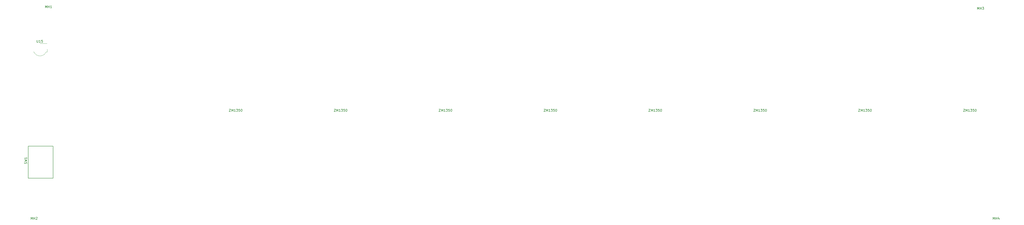
<source format=gbr>
G04 #@! TF.GenerationSoftware,KiCad,Pcbnew,(5.0.2)-1*
G04 #@! TF.CreationDate,2020-02-01T17:43:23-05:00*
G04 #@! TF.ProjectId,ZM1350-display,5a4d3133-3530-42d6-9469-73706c61792e,rev?*
G04 #@! TF.SameCoordinates,Original*
G04 #@! TF.FileFunction,Legend,Top*
G04 #@! TF.FilePolarity,Positive*
%FSLAX46Y46*%
G04 Gerber Fmt 4.6, Leading zero omitted, Abs format (unit mm)*
G04 Created by KiCad (PCBNEW (5.0.2)-1) date 2/1/2020 5:43:23 PM*
%MOMM*%
%LPD*%
G01*
G04 APERTURE LIST*
%ADD10C,0.120000*%
%ADD11C,0.150000*%
G04 APERTURE END LIST*
D10*
G04 #@! TO.C,U15*
X55443400Y-111083000D02*
X55443400Y-109883000D01*
X55443400Y-111083000D02*
X54983400Y-111083000D01*
X55363400Y-107423000D02*
X52283400Y-107423000D01*
X49783400Y-111083000D02*
G75*
G03X54983400Y-111083000I2600000J1100000D01*
G01*
X49783400Y-111083000D02*
X49563400Y-111083000D01*
D11*
G04 #@! TO.C,SW1*
X57983100Y-165435000D02*
X47315100Y-165435000D01*
X47315100Y-165435000D02*
X47315100Y-151592000D01*
X47315100Y-151592000D02*
X57983100Y-151592000D01*
X57983100Y-151592000D02*
X57983100Y-165435000D01*
G04 #@! TO.C,B8*
X448541476Y-135700380D02*
X449208142Y-135700380D01*
X448541476Y-136700380D01*
X449208142Y-136700380D01*
X449589095Y-136700380D02*
X449589095Y-135700380D01*
X449922428Y-136414666D01*
X450255761Y-135700380D01*
X450255761Y-136700380D01*
X451255761Y-136700380D02*
X450684333Y-136700380D01*
X450970047Y-136700380D02*
X450970047Y-135700380D01*
X450874809Y-135843238D01*
X450779571Y-135938476D01*
X450684333Y-135986095D01*
X451589095Y-135700380D02*
X452208142Y-135700380D01*
X451874809Y-136081333D01*
X452017666Y-136081333D01*
X452112904Y-136128952D01*
X452160523Y-136176571D01*
X452208142Y-136271809D01*
X452208142Y-136509904D01*
X452160523Y-136605142D01*
X452112904Y-136652761D01*
X452017666Y-136700380D01*
X451731952Y-136700380D01*
X451636714Y-136652761D01*
X451589095Y-136605142D01*
X453112904Y-135700380D02*
X452636714Y-135700380D01*
X452589095Y-136176571D01*
X452636714Y-136128952D01*
X452731952Y-136081333D01*
X452970047Y-136081333D01*
X453065285Y-136128952D01*
X453112904Y-136176571D01*
X453160523Y-136271809D01*
X453160523Y-136509904D01*
X453112904Y-136605142D01*
X453065285Y-136652761D01*
X452970047Y-136700380D01*
X452731952Y-136700380D01*
X452636714Y-136652761D01*
X452589095Y-136605142D01*
X453779571Y-135700380D02*
X453874809Y-135700380D01*
X453970047Y-135748000D01*
X454017666Y-135795619D01*
X454065285Y-135890857D01*
X454112904Y-136081333D01*
X454112904Y-136319428D01*
X454065285Y-136509904D01*
X454017666Y-136605142D01*
X453970047Y-136652761D01*
X453874809Y-136700380D01*
X453779571Y-136700380D01*
X453684333Y-136652761D01*
X453636714Y-136605142D01*
X453589095Y-136509904D01*
X453541476Y-136319428D01*
X453541476Y-136081333D01*
X453589095Y-135890857D01*
X453636714Y-135795619D01*
X453684333Y-135748000D01*
X453779571Y-135700380D01*
G04 #@! TO.C,B7*
X403541476Y-135700380D02*
X404208142Y-135700380D01*
X403541476Y-136700380D01*
X404208142Y-136700380D01*
X404589095Y-136700380D02*
X404589095Y-135700380D01*
X404922428Y-136414666D01*
X405255761Y-135700380D01*
X405255761Y-136700380D01*
X406255761Y-136700380D02*
X405684333Y-136700380D01*
X405970047Y-136700380D02*
X405970047Y-135700380D01*
X405874809Y-135843238D01*
X405779571Y-135938476D01*
X405684333Y-135986095D01*
X406589095Y-135700380D02*
X407208142Y-135700380D01*
X406874809Y-136081333D01*
X407017666Y-136081333D01*
X407112904Y-136128952D01*
X407160523Y-136176571D01*
X407208142Y-136271809D01*
X407208142Y-136509904D01*
X407160523Y-136605142D01*
X407112904Y-136652761D01*
X407017666Y-136700380D01*
X406731952Y-136700380D01*
X406636714Y-136652761D01*
X406589095Y-136605142D01*
X408112904Y-135700380D02*
X407636714Y-135700380D01*
X407589095Y-136176571D01*
X407636714Y-136128952D01*
X407731952Y-136081333D01*
X407970047Y-136081333D01*
X408065285Y-136128952D01*
X408112904Y-136176571D01*
X408160523Y-136271809D01*
X408160523Y-136509904D01*
X408112904Y-136605142D01*
X408065285Y-136652761D01*
X407970047Y-136700380D01*
X407731952Y-136700380D01*
X407636714Y-136652761D01*
X407589095Y-136605142D01*
X408779571Y-135700380D02*
X408874809Y-135700380D01*
X408970047Y-135748000D01*
X409017666Y-135795619D01*
X409065285Y-135890857D01*
X409112904Y-136081333D01*
X409112904Y-136319428D01*
X409065285Y-136509904D01*
X409017666Y-136605142D01*
X408970047Y-136652761D01*
X408874809Y-136700380D01*
X408779571Y-136700380D01*
X408684333Y-136652761D01*
X408636714Y-136605142D01*
X408589095Y-136509904D01*
X408541476Y-136319428D01*
X408541476Y-136081333D01*
X408589095Y-135890857D01*
X408636714Y-135795619D01*
X408684333Y-135748000D01*
X408779571Y-135700380D01*
G04 #@! TO.C,B6*
X133541476Y-135700380D02*
X134208142Y-135700380D01*
X133541476Y-136700380D01*
X134208142Y-136700380D01*
X134589095Y-136700380D02*
X134589095Y-135700380D01*
X134922428Y-136414666D01*
X135255761Y-135700380D01*
X135255761Y-136700380D01*
X136255761Y-136700380D02*
X135684333Y-136700380D01*
X135970047Y-136700380D02*
X135970047Y-135700380D01*
X135874809Y-135843238D01*
X135779571Y-135938476D01*
X135684333Y-135986095D01*
X136589095Y-135700380D02*
X137208142Y-135700380D01*
X136874809Y-136081333D01*
X137017666Y-136081333D01*
X137112904Y-136128952D01*
X137160523Y-136176571D01*
X137208142Y-136271809D01*
X137208142Y-136509904D01*
X137160523Y-136605142D01*
X137112904Y-136652761D01*
X137017666Y-136700380D01*
X136731952Y-136700380D01*
X136636714Y-136652761D01*
X136589095Y-136605142D01*
X138112904Y-135700380D02*
X137636714Y-135700380D01*
X137589095Y-136176571D01*
X137636714Y-136128952D01*
X137731952Y-136081333D01*
X137970047Y-136081333D01*
X138065285Y-136128952D01*
X138112904Y-136176571D01*
X138160523Y-136271809D01*
X138160523Y-136509904D01*
X138112904Y-136605142D01*
X138065285Y-136652761D01*
X137970047Y-136700380D01*
X137731952Y-136700380D01*
X137636714Y-136652761D01*
X137589095Y-136605142D01*
X138779571Y-135700380D02*
X138874809Y-135700380D01*
X138970047Y-135748000D01*
X139017666Y-135795619D01*
X139065285Y-135890857D01*
X139112904Y-136081333D01*
X139112904Y-136319428D01*
X139065285Y-136509904D01*
X139017666Y-136605142D01*
X138970047Y-136652761D01*
X138874809Y-136700380D01*
X138779571Y-136700380D01*
X138684333Y-136652761D01*
X138636714Y-136605142D01*
X138589095Y-136509904D01*
X138541476Y-136319428D01*
X138541476Y-136081333D01*
X138589095Y-135890857D01*
X138636714Y-135795619D01*
X138684333Y-135748000D01*
X138779571Y-135700380D01*
G04 #@! TO.C,B5*
X358541476Y-135700380D02*
X359208142Y-135700380D01*
X358541476Y-136700380D01*
X359208142Y-136700380D01*
X359589095Y-136700380D02*
X359589095Y-135700380D01*
X359922428Y-136414666D01*
X360255761Y-135700380D01*
X360255761Y-136700380D01*
X361255761Y-136700380D02*
X360684333Y-136700380D01*
X360970047Y-136700380D02*
X360970047Y-135700380D01*
X360874809Y-135843238D01*
X360779571Y-135938476D01*
X360684333Y-135986095D01*
X361589095Y-135700380D02*
X362208142Y-135700380D01*
X361874809Y-136081333D01*
X362017666Y-136081333D01*
X362112904Y-136128952D01*
X362160523Y-136176571D01*
X362208142Y-136271809D01*
X362208142Y-136509904D01*
X362160523Y-136605142D01*
X362112904Y-136652761D01*
X362017666Y-136700380D01*
X361731952Y-136700380D01*
X361636714Y-136652761D01*
X361589095Y-136605142D01*
X363112904Y-135700380D02*
X362636714Y-135700380D01*
X362589095Y-136176571D01*
X362636714Y-136128952D01*
X362731952Y-136081333D01*
X362970047Y-136081333D01*
X363065285Y-136128952D01*
X363112904Y-136176571D01*
X363160523Y-136271809D01*
X363160523Y-136509904D01*
X363112904Y-136605142D01*
X363065285Y-136652761D01*
X362970047Y-136700380D01*
X362731952Y-136700380D01*
X362636714Y-136652761D01*
X362589095Y-136605142D01*
X363779571Y-135700380D02*
X363874809Y-135700380D01*
X363970047Y-135748000D01*
X364017666Y-135795619D01*
X364065285Y-135890857D01*
X364112904Y-136081333D01*
X364112904Y-136319428D01*
X364065285Y-136509904D01*
X364017666Y-136605142D01*
X363970047Y-136652761D01*
X363874809Y-136700380D01*
X363779571Y-136700380D01*
X363684333Y-136652761D01*
X363636714Y-136605142D01*
X363589095Y-136509904D01*
X363541476Y-136319428D01*
X363541476Y-136081333D01*
X363589095Y-135890857D01*
X363636714Y-135795619D01*
X363684333Y-135748000D01*
X363779571Y-135700380D01*
G04 #@! TO.C,B4*
X313541476Y-135700380D02*
X314208142Y-135700380D01*
X313541476Y-136700380D01*
X314208142Y-136700380D01*
X314589095Y-136700380D02*
X314589095Y-135700380D01*
X314922428Y-136414666D01*
X315255761Y-135700380D01*
X315255761Y-136700380D01*
X316255761Y-136700380D02*
X315684333Y-136700380D01*
X315970047Y-136700380D02*
X315970047Y-135700380D01*
X315874809Y-135843238D01*
X315779571Y-135938476D01*
X315684333Y-135986095D01*
X316589095Y-135700380D02*
X317208142Y-135700380D01*
X316874809Y-136081333D01*
X317017666Y-136081333D01*
X317112904Y-136128952D01*
X317160523Y-136176571D01*
X317208142Y-136271809D01*
X317208142Y-136509904D01*
X317160523Y-136605142D01*
X317112904Y-136652761D01*
X317017666Y-136700380D01*
X316731952Y-136700380D01*
X316636714Y-136652761D01*
X316589095Y-136605142D01*
X318112904Y-135700380D02*
X317636714Y-135700380D01*
X317589095Y-136176571D01*
X317636714Y-136128952D01*
X317731952Y-136081333D01*
X317970047Y-136081333D01*
X318065285Y-136128952D01*
X318112904Y-136176571D01*
X318160523Y-136271809D01*
X318160523Y-136509904D01*
X318112904Y-136605142D01*
X318065285Y-136652761D01*
X317970047Y-136700380D01*
X317731952Y-136700380D01*
X317636714Y-136652761D01*
X317589095Y-136605142D01*
X318779571Y-135700380D02*
X318874809Y-135700380D01*
X318970047Y-135748000D01*
X319017666Y-135795619D01*
X319065285Y-135890857D01*
X319112904Y-136081333D01*
X319112904Y-136319428D01*
X319065285Y-136509904D01*
X319017666Y-136605142D01*
X318970047Y-136652761D01*
X318874809Y-136700380D01*
X318779571Y-136700380D01*
X318684333Y-136652761D01*
X318636714Y-136605142D01*
X318589095Y-136509904D01*
X318541476Y-136319428D01*
X318541476Y-136081333D01*
X318589095Y-135890857D01*
X318636714Y-135795619D01*
X318684333Y-135748000D01*
X318779571Y-135700380D01*
G04 #@! TO.C,B3*
X268541476Y-135700380D02*
X269208142Y-135700380D01*
X268541476Y-136700380D01*
X269208142Y-136700380D01*
X269589095Y-136700380D02*
X269589095Y-135700380D01*
X269922428Y-136414666D01*
X270255761Y-135700380D01*
X270255761Y-136700380D01*
X271255761Y-136700380D02*
X270684333Y-136700380D01*
X270970047Y-136700380D02*
X270970047Y-135700380D01*
X270874809Y-135843238D01*
X270779571Y-135938476D01*
X270684333Y-135986095D01*
X271589095Y-135700380D02*
X272208142Y-135700380D01*
X271874809Y-136081333D01*
X272017666Y-136081333D01*
X272112904Y-136128952D01*
X272160523Y-136176571D01*
X272208142Y-136271809D01*
X272208142Y-136509904D01*
X272160523Y-136605142D01*
X272112904Y-136652761D01*
X272017666Y-136700380D01*
X271731952Y-136700380D01*
X271636714Y-136652761D01*
X271589095Y-136605142D01*
X273112904Y-135700380D02*
X272636714Y-135700380D01*
X272589095Y-136176571D01*
X272636714Y-136128952D01*
X272731952Y-136081333D01*
X272970047Y-136081333D01*
X273065285Y-136128952D01*
X273112904Y-136176571D01*
X273160523Y-136271809D01*
X273160523Y-136509904D01*
X273112904Y-136605142D01*
X273065285Y-136652761D01*
X272970047Y-136700380D01*
X272731952Y-136700380D01*
X272636714Y-136652761D01*
X272589095Y-136605142D01*
X273779571Y-135700380D02*
X273874809Y-135700380D01*
X273970047Y-135748000D01*
X274017666Y-135795619D01*
X274065285Y-135890857D01*
X274112904Y-136081333D01*
X274112904Y-136319428D01*
X274065285Y-136509904D01*
X274017666Y-136605142D01*
X273970047Y-136652761D01*
X273874809Y-136700380D01*
X273779571Y-136700380D01*
X273684333Y-136652761D01*
X273636714Y-136605142D01*
X273589095Y-136509904D01*
X273541476Y-136319428D01*
X273541476Y-136081333D01*
X273589095Y-135890857D01*
X273636714Y-135795619D01*
X273684333Y-135748000D01*
X273779571Y-135700380D01*
G04 #@! TO.C,B2*
X223541476Y-135700380D02*
X224208142Y-135700380D01*
X223541476Y-136700380D01*
X224208142Y-136700380D01*
X224589095Y-136700380D02*
X224589095Y-135700380D01*
X224922428Y-136414666D01*
X225255761Y-135700380D01*
X225255761Y-136700380D01*
X226255761Y-136700380D02*
X225684333Y-136700380D01*
X225970047Y-136700380D02*
X225970047Y-135700380D01*
X225874809Y-135843238D01*
X225779571Y-135938476D01*
X225684333Y-135986095D01*
X226589095Y-135700380D02*
X227208142Y-135700380D01*
X226874809Y-136081333D01*
X227017666Y-136081333D01*
X227112904Y-136128952D01*
X227160523Y-136176571D01*
X227208142Y-136271809D01*
X227208142Y-136509904D01*
X227160523Y-136605142D01*
X227112904Y-136652761D01*
X227017666Y-136700380D01*
X226731952Y-136700380D01*
X226636714Y-136652761D01*
X226589095Y-136605142D01*
X228112904Y-135700380D02*
X227636714Y-135700380D01*
X227589095Y-136176571D01*
X227636714Y-136128952D01*
X227731952Y-136081333D01*
X227970047Y-136081333D01*
X228065285Y-136128952D01*
X228112904Y-136176571D01*
X228160523Y-136271809D01*
X228160523Y-136509904D01*
X228112904Y-136605142D01*
X228065285Y-136652761D01*
X227970047Y-136700380D01*
X227731952Y-136700380D01*
X227636714Y-136652761D01*
X227589095Y-136605142D01*
X228779571Y-135700380D02*
X228874809Y-135700380D01*
X228970047Y-135748000D01*
X229017666Y-135795619D01*
X229065285Y-135890857D01*
X229112904Y-136081333D01*
X229112904Y-136319428D01*
X229065285Y-136509904D01*
X229017666Y-136605142D01*
X228970047Y-136652761D01*
X228874809Y-136700380D01*
X228779571Y-136700380D01*
X228684333Y-136652761D01*
X228636714Y-136605142D01*
X228589095Y-136509904D01*
X228541476Y-136319428D01*
X228541476Y-136081333D01*
X228589095Y-135890857D01*
X228636714Y-135795619D01*
X228684333Y-135748000D01*
X228779571Y-135700380D01*
G04 #@! TO.C,B1*
X178541476Y-135700380D02*
X179208142Y-135700380D01*
X178541476Y-136700380D01*
X179208142Y-136700380D01*
X179589095Y-136700380D02*
X179589095Y-135700380D01*
X179922428Y-136414666D01*
X180255761Y-135700380D01*
X180255761Y-136700380D01*
X181255761Y-136700380D02*
X180684333Y-136700380D01*
X180970047Y-136700380D02*
X180970047Y-135700380D01*
X180874809Y-135843238D01*
X180779571Y-135938476D01*
X180684333Y-135986095D01*
X181589095Y-135700380D02*
X182208142Y-135700380D01*
X181874809Y-136081333D01*
X182017666Y-136081333D01*
X182112904Y-136128952D01*
X182160523Y-136176571D01*
X182208142Y-136271809D01*
X182208142Y-136509904D01*
X182160523Y-136605142D01*
X182112904Y-136652761D01*
X182017666Y-136700380D01*
X181731952Y-136700380D01*
X181636714Y-136652761D01*
X181589095Y-136605142D01*
X183112904Y-135700380D02*
X182636714Y-135700380D01*
X182589095Y-136176571D01*
X182636714Y-136128952D01*
X182731952Y-136081333D01*
X182970047Y-136081333D01*
X183065285Y-136128952D01*
X183112904Y-136176571D01*
X183160523Y-136271809D01*
X183160523Y-136509904D01*
X183112904Y-136605142D01*
X183065285Y-136652761D01*
X182970047Y-136700380D01*
X182731952Y-136700380D01*
X182636714Y-136652761D01*
X182589095Y-136605142D01*
X183779571Y-135700380D02*
X183874809Y-135700380D01*
X183970047Y-135748000D01*
X184017666Y-135795619D01*
X184065285Y-135890857D01*
X184112904Y-136081333D01*
X184112904Y-136319428D01*
X184065285Y-136509904D01*
X184017666Y-136605142D01*
X183970047Y-136652761D01*
X183874809Y-136700380D01*
X183779571Y-136700380D01*
X183684333Y-136652761D01*
X183636714Y-136605142D01*
X183589095Y-136509904D01*
X183541476Y-136319428D01*
X183541476Y-136081333D01*
X183589095Y-135890857D01*
X183636714Y-135795619D01*
X183684333Y-135748000D01*
X183779571Y-135700380D01*
G04 #@! TO.C,MH1*
X54683826Y-92121000D02*
X54683826Y-91121000D01*
X55017160Y-91835286D01*
X55350493Y-91121000D01*
X55350493Y-92121000D01*
X55826683Y-92121000D02*
X55826683Y-91121000D01*
X55826683Y-91597191D02*
X56398112Y-91597191D01*
X56398112Y-92121000D02*
X56398112Y-91121000D01*
X57398112Y-92121000D02*
X56826683Y-92121000D01*
X57112398Y-92121000D02*
X57112398Y-91121000D01*
X57017160Y-91263858D01*
X56921921Y-91359096D01*
X56826683Y-91406715D01*
G04 #@! TO.C,MH2*
X48491266Y-183196380D02*
X48491266Y-182196380D01*
X48824600Y-182910666D01*
X49157933Y-182196380D01*
X49157933Y-183196380D01*
X49634123Y-183196380D02*
X49634123Y-182196380D01*
X49634123Y-182672571D02*
X50205552Y-182672571D01*
X50205552Y-183196380D02*
X50205552Y-182196380D01*
X50634123Y-182291619D02*
X50681742Y-182244000D01*
X50776980Y-182196380D01*
X51015076Y-182196380D01*
X51110314Y-182244000D01*
X51157933Y-182291619D01*
X51205552Y-182386857D01*
X51205552Y-182482095D01*
X51157933Y-182624952D01*
X50586504Y-183196380D01*
X51205552Y-183196380D01*
G04 #@! TO.C,MH4*
X461256666Y-183201380D02*
X461256666Y-182201380D01*
X461590000Y-182915666D01*
X461923333Y-182201380D01*
X461923333Y-183201380D01*
X462399523Y-183201380D02*
X462399523Y-182201380D01*
X462399523Y-182677571D02*
X462970952Y-182677571D01*
X462970952Y-183201380D02*
X462970952Y-182201380D01*
X463875714Y-182534714D02*
X463875714Y-183201380D01*
X463637619Y-182153761D02*
X463399523Y-182868047D01*
X464018571Y-182868047D01*
G04 #@! TO.C,U15*
X51005304Y-105985380D02*
X51005304Y-106794904D01*
X51052923Y-106890142D01*
X51100542Y-106937761D01*
X51195780Y-106985380D01*
X51386257Y-106985380D01*
X51481495Y-106937761D01*
X51529114Y-106890142D01*
X51576733Y-106794904D01*
X51576733Y-105985380D01*
X52576733Y-106985380D02*
X52005304Y-106985380D01*
X52291019Y-106985380D02*
X52291019Y-105985380D01*
X52195780Y-106128238D01*
X52100542Y-106223476D01*
X52005304Y-106271095D01*
X53481495Y-105985380D02*
X53005304Y-105985380D01*
X52957685Y-106461571D01*
X53005304Y-106413952D01*
X53100542Y-106366333D01*
X53338638Y-106366333D01*
X53433876Y-106413952D01*
X53481495Y-106461571D01*
X53529114Y-106556809D01*
X53529114Y-106794904D01*
X53481495Y-106890142D01*
X53433876Y-106937761D01*
X53338638Y-106985380D01*
X53100542Y-106985380D01*
X53005304Y-106937761D01*
X52957685Y-106890142D01*
G04 #@! TO.C,SW1*
X46703861Y-159148333D02*
X46751480Y-159005476D01*
X46751480Y-158767380D01*
X46703861Y-158672142D01*
X46656242Y-158624523D01*
X46561004Y-158576904D01*
X46465766Y-158576904D01*
X46370528Y-158624523D01*
X46322909Y-158672142D01*
X46275290Y-158767380D01*
X46227671Y-158957857D01*
X46180052Y-159053095D01*
X46132433Y-159100714D01*
X46037195Y-159148333D01*
X45941957Y-159148333D01*
X45846719Y-159100714D01*
X45799100Y-159053095D01*
X45751480Y-158957857D01*
X45751480Y-158719761D01*
X45799100Y-158576904D01*
X45751480Y-158243571D02*
X46751480Y-158005476D01*
X46037195Y-157815000D01*
X46751480Y-157624523D01*
X45751480Y-157386428D01*
X46751480Y-156481666D02*
X46751480Y-157053095D01*
X46751480Y-156767380D02*
X45751480Y-156767380D01*
X45894338Y-156862619D01*
X45989576Y-156957857D01*
X46037195Y-157053095D01*
G04 #@! TO.C,MH3*
X454586226Y-92791540D02*
X454586226Y-91791540D01*
X454919560Y-92505826D01*
X455252893Y-91791540D01*
X455252893Y-92791540D01*
X455729083Y-92791540D02*
X455729083Y-91791540D01*
X455729083Y-92267731D02*
X456300512Y-92267731D01*
X456300512Y-92791540D02*
X456300512Y-91791540D01*
X456681464Y-91791540D02*
X457300512Y-91791540D01*
X456967179Y-92172493D01*
X457110036Y-92172493D01*
X457205274Y-92220112D01*
X457252893Y-92267731D01*
X457300512Y-92362969D01*
X457300512Y-92601064D01*
X457252893Y-92696302D01*
X457205274Y-92743921D01*
X457110036Y-92791540D01*
X456824321Y-92791540D01*
X456729083Y-92743921D01*
X456681464Y-92696302D01*
G04 #@! TD*
M02*

</source>
